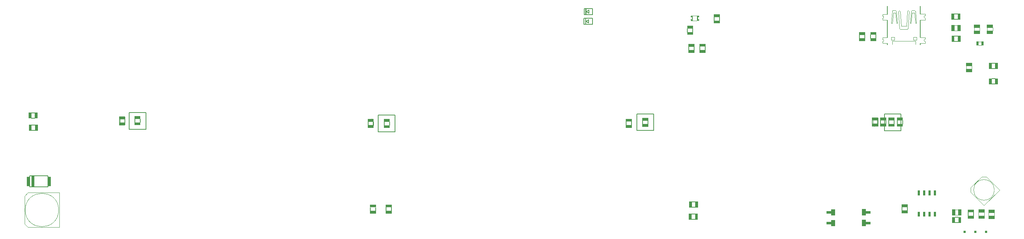
<source format=gbr>
G04 #@! TF.FileFunction,Drawing*
%FSLAX46Y46*%
G04 Gerber Fmt 4.6, Leading zero omitted, Abs format (unit mm)*
G04 Created by KiCad (PCBNEW 4.0.6) date 05/08/17 07:22:45*
%MOMM*%
%LPD*%
G01*
G04 APERTURE LIST*
%ADD10C,0.100000*%
%ADD11C,0.101600*%
%ADD12C,0.127000*%
%ADD13C,0.152400*%
%ADD14C,0.203200*%
G04 APERTURE END LIST*
D10*
D11*
X260664500Y-126476700D02*
X260664500Y-127238700D01*
X259344500Y-126501700D02*
X259344500Y-127238700D01*
D10*
G36*
X259280600Y-125765500D02*
X259280600Y-126515600D01*
X260730700Y-126515600D01*
X260730700Y-125765500D01*
X259280600Y-125765500D01*
G37*
G36*
X259280600Y-127213300D02*
X259280600Y-127963400D01*
X260730700Y-127963400D01*
X260730700Y-127213300D01*
X259280600Y-127213300D01*
G37*
D11*
X263052100Y-126527500D02*
X263052100Y-127289500D01*
X261732100Y-126552500D02*
X261732100Y-127289500D01*
D10*
G36*
X261668200Y-125816300D02*
X261668200Y-126566400D01*
X263118300Y-126566400D01*
X263118300Y-125816300D01*
X261668200Y-125816300D01*
G37*
G36*
X261668200Y-127264100D02*
X261668200Y-128014200D01*
X263118300Y-128014200D01*
X263118300Y-127264100D01*
X261668200Y-127264100D01*
G37*
D11*
X253781500Y-125791300D02*
X254543500Y-125791300D01*
X253806500Y-127111300D02*
X254543500Y-127111300D01*
D10*
G36*
X253070300Y-127175200D02*
X253820400Y-127175200D01*
X253820400Y-125725100D01*
X253070300Y-125725100D01*
X253070300Y-127175200D01*
G37*
G36*
X254518100Y-127175200D02*
X255268200Y-127175200D01*
X255268200Y-125725100D01*
X254518100Y-125725100D01*
X254518100Y-127175200D01*
G37*
D12*
X237740300Y-80888300D02*
X237740300Y-84988300D01*
D11*
X244599400Y-81581200D02*
X244391700Y-78829800D01*
X244184100Y-78570300D02*
G75*
G02X244391700Y-78829800I-86300J-281830D01*
G01*
X243613000Y-78570300D02*
G75*
G02X244184100Y-78570300I285550J-931100D01*
G01*
X243405399Y-78829799D02*
G75*
G02X243613000Y-78570300I293900J-22331D01*
G01*
X243405400Y-78829800D02*
X243145800Y-81581200D01*
X243145800Y-81581200D02*
X243353500Y-81581200D01*
X243353500Y-81581200D02*
X243613000Y-79193200D01*
X243613000Y-79193200D02*
X244132200Y-79193200D01*
X244132200Y-79193200D02*
X244391700Y-81581200D01*
X244391700Y-81581200D02*
X244599400Y-81581200D01*
X242886200Y-78829900D02*
X242678600Y-82879100D01*
X242470899Y-83086701D02*
G75*
G03X242678600Y-82879100I-11894J219601D01*
G01*
X242678600Y-78622200D02*
G75*
G02X242886200Y-78829800I0J-207600D01*
G01*
X242470900Y-78829800D02*
G75*
G02X242678500Y-78622200I207600J0D01*
G01*
X242470900Y-78829800D02*
X242263300Y-82256100D01*
X238681400Y-81581200D02*
X238889100Y-78829800D01*
X239096700Y-78570300D02*
G75*
G03X238889100Y-78829800I86300J-281830D01*
G01*
X239667800Y-78570300D02*
G75*
G03X239096700Y-78570300I-285550J-931100D01*
G01*
X239875401Y-78829799D02*
G75*
G03X239667800Y-78570300I-293900J-22331D01*
G01*
X239875400Y-78829800D02*
X240135000Y-81581200D01*
X240135000Y-81581200D02*
X239927300Y-81581200D01*
X239927300Y-81581200D02*
X239667800Y-79193200D01*
X239667800Y-79193200D02*
X239148600Y-79193200D01*
X239148600Y-79193200D02*
X238889100Y-81581200D01*
X238889100Y-81581200D02*
X238681400Y-81581200D01*
X240394600Y-78829900D02*
X240602200Y-82879100D01*
X240809902Y-83086700D02*
G75*
G02X240602200Y-82879100I11993J219701D01*
G01*
X240809900Y-83086700D02*
X242471000Y-83086700D01*
X240602200Y-78622200D02*
G75*
G03X240394600Y-78829800I0J-207600D01*
G01*
X240809900Y-78829800D02*
G75*
G03X240602300Y-78622200I-207600J0D01*
G01*
X240809900Y-78829800D02*
X241017500Y-82256100D01*
X241017500Y-82256100D02*
X242263500Y-82256100D01*
X237760300Y-86387700D02*
X236610300Y-86387700D01*
X236610300Y-85009100D02*
X237760300Y-85009100D01*
X236590300Y-86028300D02*
G75*
G03X236590300Y-85428300I0J300000D01*
G01*
X236590300Y-86378300D02*
X236590300Y-86028300D01*
X236590300Y-85028300D02*
X236590300Y-85428300D01*
X237760300Y-80847700D02*
X236610300Y-80847700D01*
X236610300Y-79469100D02*
X237760300Y-79469100D01*
X236590300Y-80488300D02*
G75*
G03X236590300Y-79888300I0J300000D01*
G01*
X236590300Y-80838300D02*
X236590300Y-80488300D01*
X236590300Y-79488300D02*
X236590300Y-79888300D01*
X245550300Y-84988900D02*
X246700300Y-84988900D01*
X246700300Y-86367500D02*
X245550300Y-86367500D01*
X246720300Y-85348300D02*
G75*
G03X246720300Y-85948300I0J-300000D01*
G01*
X246720300Y-84998300D02*
X246720300Y-85348300D01*
X246720300Y-86348300D02*
X246720300Y-85948300D01*
X245550300Y-79448900D02*
X246700300Y-79448900D01*
X246700300Y-80827500D02*
X245550300Y-80827500D01*
X246720300Y-79808300D02*
G75*
G03X246720300Y-80408300I0J-300000D01*
G01*
X246720300Y-79458300D02*
X246720300Y-79808300D01*
X246720300Y-80808300D02*
X246720300Y-80408300D01*
D12*
X245540300Y-80838300D02*
X245540300Y-84938300D01*
D11*
X244390300Y-86628300D02*
X244390300Y-85878300D01*
X244390300Y-85878300D02*
X238890300Y-85878300D01*
X238890300Y-85878300D02*
X238890300Y-86628300D01*
X243890300Y-85628300D02*
X243890300Y-84878300D01*
X243890300Y-84878300D02*
X244640300Y-84878300D01*
X244640300Y-84878300D02*
X244640300Y-85628300D01*
X244640300Y-85628300D02*
X243890300Y-85628300D01*
X238640300Y-85628300D02*
X239390300Y-85628300D01*
X239390300Y-85628300D02*
X239390300Y-84878300D01*
X239390300Y-84878300D02*
X238640300Y-84878300D01*
X238640300Y-84878300D02*
X238640300Y-85628300D01*
D12*
X245540300Y-77528300D02*
X245540300Y-79428300D01*
X237740300Y-77528300D02*
X237740300Y-79428300D01*
X245540300Y-86728300D02*
X245540300Y-86378300D01*
X237740300Y-86728300D02*
X237740300Y-86428300D01*
D10*
G36*
X258328100Y-131353500D02*
X258836100Y-131353500D01*
X258836100Y-130845500D01*
X258328100Y-130845500D01*
X258328100Y-131353500D01*
G37*
G36*
X255788100Y-131353500D02*
X256296100Y-131353500D01*
X256296100Y-130845500D01*
X255788100Y-130845500D01*
X255788100Y-131353500D01*
G37*
G36*
X260868100Y-131353500D02*
X261376100Y-131353500D01*
X261376100Y-130845500D01*
X260868100Y-130845500D01*
X260868100Y-131353500D01*
G37*
D11*
X234635500Y-104089900D02*
G75*
G03X235335500Y-104089900I350000J0D01*
G01*
X234635500Y-106089900D02*
G75*
G02X235335500Y-106089900I350000J0D01*
G01*
X234410500Y-104564900D02*
X234410500Y-105614900D01*
X235560500Y-105589900D02*
X235560500Y-104164900D01*
X235538500Y-104239900D02*
G75*
G03X235538500Y-104239900I-103000J0D01*
G01*
D10*
G36*
X234685500Y-104589900D02*
X234360500Y-104589900D01*
X234360500Y-104089900D01*
X234685500Y-104089900D01*
X234685500Y-104589900D01*
G37*
G36*
X235310500Y-104589900D02*
X235160500Y-104589900D01*
X235160500Y-104339900D01*
X235310500Y-104339900D01*
X235310500Y-104589900D01*
G37*
G36*
X234810500Y-104589900D02*
X234660500Y-104589900D01*
X234660500Y-104339900D01*
X234810500Y-104339900D01*
X234810500Y-104589900D01*
G37*
G36*
X235185500Y-104589900D02*
X234785500Y-104589900D01*
X234785500Y-104414900D01*
X235185500Y-104414900D01*
X235185500Y-104589900D01*
G37*
G36*
X234685500Y-106089900D02*
X234360500Y-106089900D01*
X234360500Y-105589900D01*
X234685500Y-105589900D01*
X234685500Y-106089900D01*
G37*
G36*
X235610500Y-106089900D02*
X235285500Y-106089900D01*
X235285500Y-105589900D01*
X235610500Y-105589900D01*
X235610500Y-106089900D01*
G37*
G36*
X234810500Y-105839900D02*
X234660500Y-105839900D01*
X234660500Y-105589900D01*
X234810500Y-105589900D01*
X234810500Y-105839900D01*
G37*
G36*
X235310500Y-105839900D02*
X235160500Y-105839900D01*
X235160500Y-105589900D01*
X235310500Y-105589900D01*
X235310500Y-105839900D01*
G37*
G36*
X235185500Y-105764900D02*
X234785500Y-105764900D01*
X234785500Y-105589900D01*
X235185500Y-105589900D01*
X235185500Y-105764900D01*
G37*
G36*
X235585500Y-104589900D02*
X235285500Y-104589900D01*
X235285500Y-104289900D01*
X235585500Y-104289900D01*
X235585500Y-104589900D01*
G37*
G36*
X235610500Y-104164900D02*
X235385500Y-104164900D01*
X235385500Y-104089900D01*
X235610500Y-104089900D01*
X235610500Y-104164900D01*
G37*
D11*
X176190100Y-104343900D02*
G75*
G03X176890100Y-104343900I350000J0D01*
G01*
X176190100Y-106343900D02*
G75*
G02X176890100Y-106343900I350000J0D01*
G01*
X175965100Y-104818900D02*
X175965100Y-105868900D01*
X177115100Y-105843900D02*
X177115100Y-104418900D01*
X177093100Y-104493900D02*
G75*
G03X177093100Y-104493900I-103000J0D01*
G01*
D10*
G36*
X176240100Y-104843900D02*
X175915100Y-104843900D01*
X175915100Y-104343900D01*
X176240100Y-104343900D01*
X176240100Y-104843900D01*
G37*
G36*
X176865100Y-104843900D02*
X176715100Y-104843900D01*
X176715100Y-104593900D01*
X176865100Y-104593900D01*
X176865100Y-104843900D01*
G37*
G36*
X176365100Y-104843900D02*
X176215100Y-104843900D01*
X176215100Y-104593900D01*
X176365100Y-104593900D01*
X176365100Y-104843900D01*
G37*
G36*
X176740100Y-104843900D02*
X176340100Y-104843900D01*
X176340100Y-104668900D01*
X176740100Y-104668900D01*
X176740100Y-104843900D01*
G37*
G36*
X176240100Y-106343900D02*
X175915100Y-106343900D01*
X175915100Y-105843900D01*
X176240100Y-105843900D01*
X176240100Y-106343900D01*
G37*
G36*
X177165100Y-106343900D02*
X176840100Y-106343900D01*
X176840100Y-105843900D01*
X177165100Y-105843900D01*
X177165100Y-106343900D01*
G37*
G36*
X176365100Y-106093900D02*
X176215100Y-106093900D01*
X176215100Y-105843900D01*
X176365100Y-105843900D01*
X176365100Y-106093900D01*
G37*
G36*
X176865100Y-106093900D02*
X176715100Y-106093900D01*
X176715100Y-105843900D01*
X176865100Y-105843900D01*
X176865100Y-106093900D01*
G37*
G36*
X176740100Y-106018900D02*
X176340100Y-106018900D01*
X176340100Y-105843900D01*
X176740100Y-105843900D01*
X176740100Y-106018900D01*
G37*
G36*
X177140100Y-104843900D02*
X176840100Y-104843900D01*
X176840100Y-104543900D01*
X177140100Y-104543900D01*
X177140100Y-104843900D01*
G37*
G36*
X177165100Y-104418900D02*
X176940100Y-104418900D01*
X176940100Y-104343900D01*
X177165100Y-104343900D01*
X177165100Y-104418900D01*
G37*
D11*
X115045100Y-104272900D02*
G75*
G03X115745100Y-104272900I350000J0D01*
G01*
X115045100Y-106272900D02*
G75*
G02X115745100Y-106272900I350000J0D01*
G01*
X114820100Y-104747900D02*
X114820100Y-105797900D01*
X115970100Y-105772900D02*
X115970100Y-104347900D01*
X115948100Y-104422900D02*
G75*
G03X115948100Y-104422900I-103000J0D01*
G01*
D10*
G36*
X115095100Y-104772900D02*
X114770100Y-104772900D01*
X114770100Y-104272900D01*
X115095100Y-104272900D01*
X115095100Y-104772900D01*
G37*
G36*
X115720100Y-104772900D02*
X115570100Y-104772900D01*
X115570100Y-104522900D01*
X115720100Y-104522900D01*
X115720100Y-104772900D01*
G37*
G36*
X115220100Y-104772900D02*
X115070100Y-104772900D01*
X115070100Y-104522900D01*
X115220100Y-104522900D01*
X115220100Y-104772900D01*
G37*
G36*
X115595100Y-104772900D02*
X115195100Y-104772900D01*
X115195100Y-104597900D01*
X115595100Y-104597900D01*
X115595100Y-104772900D01*
G37*
G36*
X115095100Y-106272900D02*
X114770100Y-106272900D01*
X114770100Y-105772900D01*
X115095100Y-105772900D01*
X115095100Y-106272900D01*
G37*
G36*
X116020100Y-106272900D02*
X115695100Y-106272900D01*
X115695100Y-105772900D01*
X116020100Y-105772900D01*
X116020100Y-106272900D01*
G37*
G36*
X115220100Y-106022900D02*
X115070100Y-106022900D01*
X115070100Y-105772900D01*
X115220100Y-105772900D01*
X115220100Y-106022900D01*
G37*
G36*
X115720100Y-106022900D02*
X115570100Y-106022900D01*
X115570100Y-105772900D01*
X115720100Y-105772900D01*
X115720100Y-106022900D01*
G37*
G36*
X115595100Y-105947900D02*
X115195100Y-105947900D01*
X115195100Y-105772900D01*
X115595100Y-105772900D01*
X115595100Y-105947900D01*
G37*
G36*
X115995100Y-104772900D02*
X115695100Y-104772900D01*
X115695100Y-104472900D01*
X115995100Y-104472900D01*
X115995100Y-104772900D01*
G37*
G36*
X116020100Y-104347900D02*
X115795100Y-104347900D01*
X115795100Y-104272900D01*
X116020100Y-104272900D01*
X116020100Y-104347900D01*
G37*
D11*
X56419300Y-103770300D02*
G75*
G03X57119300Y-103770300I350000J0D01*
G01*
X56419300Y-105770300D02*
G75*
G02X57119300Y-105770300I350000J0D01*
G01*
X56194300Y-104245300D02*
X56194300Y-105295300D01*
X57344300Y-105270300D02*
X57344300Y-103845300D01*
X57322300Y-103920300D02*
G75*
G03X57322300Y-103920300I-103000J0D01*
G01*
D10*
G36*
X56469300Y-104270300D02*
X56144300Y-104270300D01*
X56144300Y-103770300D01*
X56469300Y-103770300D01*
X56469300Y-104270300D01*
G37*
G36*
X57094300Y-104270300D02*
X56944300Y-104270300D01*
X56944300Y-104020300D01*
X57094300Y-104020300D01*
X57094300Y-104270300D01*
G37*
G36*
X56594300Y-104270300D02*
X56444300Y-104270300D01*
X56444300Y-104020300D01*
X56594300Y-104020300D01*
X56594300Y-104270300D01*
G37*
G36*
X56969300Y-104270300D02*
X56569300Y-104270300D01*
X56569300Y-104095300D01*
X56969300Y-104095300D01*
X56969300Y-104270300D01*
G37*
G36*
X56469300Y-105770300D02*
X56144300Y-105770300D01*
X56144300Y-105270300D01*
X56469300Y-105270300D01*
X56469300Y-105770300D01*
G37*
G36*
X57394300Y-105770300D02*
X57069300Y-105770300D01*
X57069300Y-105270300D01*
X57394300Y-105270300D01*
X57394300Y-105770300D01*
G37*
G36*
X56594300Y-105520300D02*
X56444300Y-105520300D01*
X56444300Y-105270300D01*
X56594300Y-105270300D01*
X56594300Y-105520300D01*
G37*
G36*
X57094300Y-105520300D02*
X56944300Y-105520300D01*
X56944300Y-105270300D01*
X57094300Y-105270300D01*
X57094300Y-105520300D01*
G37*
G36*
X56969300Y-105445300D02*
X56569300Y-105445300D01*
X56569300Y-105270300D01*
X56969300Y-105270300D01*
X56969300Y-105445300D01*
G37*
G36*
X57369300Y-104270300D02*
X57069300Y-104270300D01*
X57069300Y-103970300D01*
X57369300Y-103970300D01*
X57369300Y-104270300D01*
G37*
G36*
X57394300Y-103845300D02*
X57169300Y-103845300D01*
X57169300Y-103770300D01*
X57394300Y-103770300D01*
X57394300Y-103845300D01*
G37*
D11*
X191211900Y-80076500D02*
G75*
G02X191211900Y-80776500I0J-350000D01*
G01*
X193211900Y-80076500D02*
G75*
G03X193211900Y-80776500I0J-350000D01*
G01*
X191686900Y-79851500D02*
X192736900Y-79851500D01*
X192711900Y-81001500D02*
X191286900Y-81001500D01*
X191464900Y-80876500D02*
G75*
G03X191464900Y-80876500I-103000J0D01*
G01*
D10*
G36*
X191711900Y-80126500D02*
X191711900Y-79801500D01*
X191211900Y-79801500D01*
X191211900Y-80126500D01*
X191711900Y-80126500D01*
G37*
G36*
X191711900Y-80751500D02*
X191711900Y-80601500D01*
X191461900Y-80601500D01*
X191461900Y-80751500D01*
X191711900Y-80751500D01*
G37*
G36*
X191711900Y-80251500D02*
X191711900Y-80101500D01*
X191461900Y-80101500D01*
X191461900Y-80251500D01*
X191711900Y-80251500D01*
G37*
G36*
X191711900Y-80626500D02*
X191711900Y-80226500D01*
X191536900Y-80226500D01*
X191536900Y-80626500D01*
X191711900Y-80626500D01*
G37*
G36*
X193211900Y-80126500D02*
X193211900Y-79801500D01*
X192711900Y-79801500D01*
X192711900Y-80126500D01*
X193211900Y-80126500D01*
G37*
G36*
X193211900Y-81051500D02*
X193211900Y-80726500D01*
X192711900Y-80726500D01*
X192711900Y-81051500D01*
X193211900Y-81051500D01*
G37*
G36*
X192961900Y-80251500D02*
X192961900Y-80101500D01*
X192711900Y-80101500D01*
X192711900Y-80251500D01*
X192961900Y-80251500D01*
G37*
G36*
X192961900Y-80751500D02*
X192961900Y-80601500D01*
X192711900Y-80601500D01*
X192711900Y-80751500D01*
X192961900Y-80751500D01*
G37*
G36*
X192886900Y-80626500D02*
X192886900Y-80226500D01*
X192711900Y-80226500D01*
X192711900Y-80626500D01*
X192886900Y-80626500D01*
G37*
G36*
X191711900Y-81026500D02*
X191711900Y-80726500D01*
X191411900Y-80726500D01*
X191411900Y-81026500D01*
X191711900Y-81026500D01*
G37*
G36*
X191286900Y-81051500D02*
X191286900Y-80826500D01*
X191211900Y-80826500D01*
X191211900Y-81051500D01*
X191286900Y-81051500D01*
G37*
D13*
X253574700Y-79410500D02*
X254394700Y-79410500D01*
X253574700Y-80680500D02*
X254394700Y-80680500D01*
D10*
G36*
X254391100Y-80744000D02*
X255041100Y-80744000D01*
X255041100Y-79344000D01*
X254391100Y-79344000D01*
X254391100Y-80744000D01*
G37*
G36*
X252917900Y-80744000D02*
X253567900Y-80744000D01*
X253567900Y-79344000D01*
X252917900Y-79344000D01*
X252917900Y-80744000D01*
G37*
D13*
X242462100Y-125184700D02*
X242462100Y-126004700D01*
X241192100Y-125184700D02*
X241192100Y-126004700D01*
D10*
G36*
X241128600Y-126001100D02*
X241128600Y-126651100D01*
X242528600Y-126651100D01*
X242528600Y-126001100D01*
X241128600Y-126001100D01*
G37*
G36*
X241128600Y-124527900D02*
X241128600Y-125177900D01*
X242528600Y-125177900D01*
X242528600Y-124527900D01*
X241128600Y-124527900D01*
G37*
D13*
X253727100Y-127619700D02*
X254547100Y-127619700D01*
X253727100Y-128889700D02*
X254547100Y-128889700D01*
D10*
G36*
X254543500Y-128953200D02*
X255193500Y-128953200D01*
X255193500Y-127553200D01*
X254543500Y-127553200D01*
X254543500Y-128953200D01*
G37*
G36*
X253070300Y-128953200D02*
X253720300Y-128953200D01*
X253720300Y-127553200D01*
X253070300Y-127553200D01*
X253070300Y-128953200D01*
G37*
D13*
X256854900Y-127242300D02*
X256854900Y-126422300D01*
X258124900Y-127242300D02*
X258124900Y-126422300D01*
D10*
G36*
X258188400Y-126425900D02*
X258188400Y-125775900D01*
X256788400Y-125775900D01*
X256788400Y-126425900D01*
X258188400Y-126425900D01*
G37*
G36*
X258188400Y-127899100D02*
X258188400Y-127249100D01*
X256788400Y-127249100D01*
X256788400Y-127899100D01*
X258188400Y-127899100D01*
G37*
D13*
X235442700Y-104629100D02*
X235442700Y-105449100D01*
X234172700Y-104629100D02*
X234172700Y-105449100D01*
D10*
G36*
X234109200Y-105445500D02*
X234109200Y-106095500D01*
X235509200Y-106095500D01*
X235509200Y-105445500D01*
X234109200Y-105445500D01*
G37*
G36*
X234109200Y-103972300D02*
X234109200Y-104622300D01*
X235509200Y-104622300D01*
X235509200Y-103972300D01*
X234109200Y-103972300D01*
G37*
D13*
X231124700Y-85205300D02*
X231124700Y-84385300D01*
X232394700Y-85205300D02*
X232394700Y-84385300D01*
D10*
G36*
X232458200Y-84388900D02*
X232458200Y-83738900D01*
X231058200Y-83738900D01*
X231058200Y-84388900D01*
X232458200Y-84388900D01*
G37*
G36*
X232458200Y-85862100D02*
X232458200Y-85212100D01*
X231058200Y-85212100D01*
X231058200Y-85862100D01*
X232458200Y-85862100D01*
G37*
D13*
X177175100Y-104933900D02*
X177175100Y-105753900D01*
X175905100Y-104933900D02*
X175905100Y-105753900D01*
D10*
G36*
X175841600Y-105750300D02*
X175841600Y-106400300D01*
X177241600Y-106400300D01*
X177241600Y-105750300D01*
X175841600Y-105750300D01*
G37*
G36*
X175841600Y-104277100D02*
X175841600Y-104927100D01*
X177241600Y-104927100D01*
X177241600Y-104277100D01*
X175841600Y-104277100D01*
G37*
D13*
X116106300Y-104989900D02*
X116106300Y-105809900D01*
X114836300Y-104989900D02*
X114836300Y-105809900D01*
D10*
G36*
X114772800Y-105806300D02*
X114772800Y-106456300D01*
X116172800Y-106456300D01*
X116172800Y-105806300D01*
X114772800Y-105806300D01*
G37*
G36*
X114772800Y-104333100D02*
X114772800Y-104983100D01*
X116172800Y-104983100D01*
X116172800Y-104333100D01*
X114772800Y-104333100D01*
G37*
D13*
X57277300Y-104360300D02*
X57277300Y-105180300D01*
X56007300Y-104360300D02*
X56007300Y-105180300D01*
D10*
G36*
X55943800Y-105176700D02*
X55943800Y-105826700D01*
X57343800Y-105826700D01*
X57343800Y-105176700D01*
X55943800Y-105176700D01*
G37*
G36*
X55943800Y-103703500D02*
X55943800Y-104353500D01*
X57343800Y-104353500D01*
X57343800Y-103703500D01*
X55943800Y-103703500D01*
G37*
D13*
X191706100Y-82896700D02*
X191706100Y-83716700D01*
X190436100Y-82896700D02*
X190436100Y-83716700D01*
D10*
G36*
X190372600Y-83713100D02*
X190372600Y-84363100D01*
X191772600Y-84363100D01*
X191772600Y-83713100D01*
X190372600Y-83713100D01*
G37*
G36*
X190372600Y-82239900D02*
X190372600Y-82889900D01*
X191772600Y-82889900D01*
X191772600Y-82239900D01*
X190372600Y-82239900D01*
G37*
D13*
X233791700Y-85179900D02*
X233791700Y-84359900D01*
X235061700Y-85179900D02*
X235061700Y-84359900D01*
D10*
G36*
X235125200Y-84363500D02*
X235125200Y-83713500D01*
X233725200Y-83713500D01*
X233725200Y-84363500D01*
X235125200Y-84363500D01*
G37*
G36*
X235125200Y-85836700D02*
X235125200Y-85186700D01*
X233725200Y-85186700D01*
X233725200Y-85836700D01*
X235125200Y-85836700D01*
G37*
G36*
X245450300Y-126298900D02*
X244942300Y-126298900D01*
X244942300Y-127441900D01*
X245450300Y-127441900D01*
X245450300Y-126298900D01*
G37*
G36*
X249260300Y-121244300D02*
X248752300Y-121244300D01*
X248752300Y-122387300D01*
X249260300Y-122387300D01*
X249260300Y-121244300D01*
G37*
G36*
X247990300Y-121244300D02*
X247482300Y-121244300D01*
X247482300Y-122387300D01*
X247990300Y-122387300D01*
X247990300Y-121244300D01*
G37*
G36*
X246720300Y-121269700D02*
X246212300Y-121269700D01*
X246212300Y-122412700D01*
X246720300Y-122412700D01*
X246720300Y-121269700D01*
G37*
G36*
X245450300Y-121244300D02*
X244942300Y-121244300D01*
X244942300Y-122387300D01*
X245450300Y-122387300D01*
X245450300Y-121244300D01*
G37*
G36*
X246720300Y-126298900D02*
X246212300Y-126298900D01*
X246212300Y-127441900D01*
X246720300Y-127441900D01*
X246720300Y-126298900D01*
G37*
G36*
X247990300Y-126298900D02*
X247482300Y-126298900D01*
X247482300Y-127441900D01*
X247990300Y-127441900D01*
X247990300Y-126298900D01*
G37*
G36*
X249260300Y-126298900D02*
X248752300Y-126298900D01*
X248752300Y-127441900D01*
X249260300Y-127441900D01*
X249260300Y-126298900D01*
G37*
D13*
X179816700Y-105525300D02*
X179816700Y-104705300D01*
X181086700Y-105525300D02*
X181086700Y-104705300D01*
D10*
G36*
X181150200Y-104708900D02*
X181150200Y-104058900D01*
X179750200Y-104058900D01*
X179750200Y-104708900D01*
X181150200Y-104708900D01*
G37*
G36*
X181150200Y-106182100D02*
X181150200Y-105532100D01*
X179750200Y-105532100D01*
X179750200Y-106182100D01*
X181150200Y-106182100D01*
G37*
D13*
X118646300Y-105784500D02*
X118646300Y-104964500D01*
X119916300Y-105784500D02*
X119916300Y-104964500D01*
D10*
G36*
X119979800Y-104968100D02*
X119979800Y-104318100D01*
X118579800Y-104318100D01*
X118579800Y-104968100D01*
X119979800Y-104968100D01*
G37*
G36*
X119979800Y-106441300D02*
X119979800Y-105791300D01*
X118579800Y-105791300D01*
X118579800Y-106441300D01*
X119979800Y-106441300D01*
G37*
D13*
X59639500Y-105104100D02*
X59639500Y-104284100D01*
X60909500Y-105104100D02*
X60909500Y-104284100D01*
D10*
G36*
X60973000Y-104287700D02*
X60973000Y-103637700D01*
X59573000Y-103637700D01*
X59573000Y-104287700D01*
X60973000Y-104287700D01*
G37*
G36*
X60973000Y-105760900D02*
X60973000Y-105110900D01*
X59573000Y-105110900D01*
X59573000Y-105760900D01*
X60973000Y-105760900D01*
G37*
D13*
X262439300Y-94777500D02*
X263259300Y-94777500D01*
X262439300Y-96047500D02*
X263259300Y-96047500D01*
D10*
G36*
X263255700Y-96111000D02*
X263905700Y-96111000D01*
X263905700Y-94711000D01*
X263255700Y-94711000D01*
X263255700Y-96111000D01*
G37*
G36*
X261782500Y-96111000D02*
X262432500Y-96111000D01*
X262432500Y-94711000D01*
X261782500Y-94711000D01*
X261782500Y-96111000D01*
G37*
D13*
X263233900Y-92364500D02*
X262413900Y-92364500D01*
X263233900Y-91094500D02*
X262413900Y-91094500D01*
D10*
G36*
X262417500Y-91031000D02*
X261767500Y-91031000D01*
X261767500Y-92431000D01*
X262417500Y-92431000D01*
X262417500Y-91031000D01*
G37*
G36*
X263890700Y-91031000D02*
X263240700Y-91031000D01*
X263240700Y-92431000D01*
X263890700Y-92431000D01*
X263890700Y-91031000D01*
G37*
D11*
X259292900Y-85988900D02*
X260004900Y-85988900D01*
X259292900Y-86839900D02*
X260004900Y-86839900D01*
D10*
G36*
X258810700Y-86890800D02*
X259310800Y-86890800D01*
X259310800Y-85940800D01*
X258810700Y-85940800D01*
X258810700Y-86890800D01*
G37*
G36*
X259979100Y-86890800D02*
X260479200Y-86890800D01*
X260479200Y-85940800D01*
X259979100Y-85940800D01*
X259979100Y-86890800D01*
G37*
D11*
X261351100Y-83423700D02*
X261351100Y-82661700D01*
X262671100Y-83398700D02*
X262671100Y-82661700D01*
D10*
G36*
X262735000Y-84134900D02*
X262735000Y-83384800D01*
X261284900Y-83384800D01*
X261284900Y-84134900D01*
X262735000Y-84134900D01*
G37*
G36*
X262735000Y-82687100D02*
X262735000Y-81937000D01*
X261284900Y-81937000D01*
X261284900Y-82687100D01*
X262735000Y-82687100D01*
G37*
D11*
X258277700Y-83423700D02*
X258277700Y-82661700D01*
X259597700Y-83398700D02*
X259597700Y-82661700D01*
D10*
G36*
X259661600Y-84134900D02*
X259661600Y-83384800D01*
X258211500Y-83384800D01*
X258211500Y-84134900D01*
X259661600Y-84134900D01*
G37*
G36*
X259661600Y-82687100D02*
X259661600Y-81937000D01*
X258211500Y-81937000D01*
X258211500Y-82687100D01*
X259661600Y-82687100D01*
G37*
D11*
X256423500Y-92491500D02*
X256423500Y-91729500D01*
X257743500Y-92466500D02*
X257743500Y-91729500D01*
D10*
G36*
X257807400Y-93202700D02*
X257807400Y-92452600D01*
X256357300Y-92452600D01*
X256357300Y-93202700D01*
X257807400Y-93202700D01*
G37*
G36*
X257807400Y-91754900D02*
X257807400Y-91004800D01*
X256357300Y-91004800D01*
X256357300Y-91754900D01*
X257807400Y-91754900D01*
G37*
D13*
X253600100Y-84668300D02*
X254420100Y-84668300D01*
X253600100Y-85938300D02*
X254420100Y-85938300D01*
D10*
G36*
X254416500Y-86001800D02*
X255066500Y-86001800D01*
X255066500Y-84601800D01*
X254416500Y-84601800D01*
X254416500Y-86001800D01*
G37*
G36*
X252943300Y-86001800D02*
X253593300Y-86001800D01*
X253593300Y-84601800D01*
X252943300Y-84601800D01*
X252943300Y-86001800D01*
G37*
D11*
X254365700Y-83423300D02*
X253603700Y-83423300D01*
X254340700Y-82103300D02*
X253603700Y-82103300D01*
D10*
G36*
X255076900Y-82039400D02*
X254326800Y-82039400D01*
X254326800Y-83489500D01*
X255076900Y-83489500D01*
X255076900Y-82039400D01*
G37*
G36*
X253629100Y-82039400D02*
X252879000Y-82039400D01*
X252879000Y-83489500D01*
X253629100Y-83489500D01*
X253629100Y-82039400D01*
G37*
D13*
X191471700Y-123936700D02*
X192291700Y-123936700D01*
X191471700Y-125206700D02*
X192291700Y-125206700D01*
D10*
G36*
X192288100Y-125270200D02*
X192938100Y-125270200D01*
X192938100Y-123870200D01*
X192288100Y-123870200D01*
X192288100Y-125270200D01*
G37*
G36*
X190814900Y-125270200D02*
X191464900Y-125270200D01*
X191464900Y-123870200D01*
X190814900Y-123870200D01*
X190814900Y-125270200D01*
G37*
D13*
X196758500Y-80988900D02*
X196758500Y-80168900D01*
X198028500Y-80988900D02*
X198028500Y-80168900D01*
D10*
G36*
X198092000Y-80172500D02*
X198092000Y-79522500D01*
X196692000Y-79522500D01*
X196692000Y-80172500D01*
X198092000Y-80172500D01*
G37*
G36*
X198092000Y-81645700D02*
X198092000Y-80995700D01*
X196692000Y-80995700D01*
X196692000Y-81645700D01*
X198092000Y-81645700D01*
G37*
D13*
X191420900Y-126817900D02*
X192240900Y-126817900D01*
X191420900Y-128087900D02*
X192240900Y-128087900D01*
D10*
G36*
X192237300Y-128151400D02*
X192887300Y-128151400D01*
X192887300Y-126751400D01*
X192237300Y-126751400D01*
X192237300Y-128151400D01*
G37*
G36*
X190764100Y-128151400D02*
X191414100Y-128151400D01*
X191414100Y-126751400D01*
X190764100Y-126751400D01*
X190764100Y-128151400D01*
G37*
G36*
X224431100Y-125689300D02*
X224431100Y-127187900D01*
X225345500Y-127187900D01*
X225345500Y-125689300D01*
X224431100Y-125689300D01*
G37*
G36*
X223364300Y-126121100D02*
X223364300Y-126730700D01*
X224431100Y-126730700D01*
X224431100Y-126121100D01*
X223364300Y-126121100D01*
G37*
G36*
X224431100Y-128229300D02*
X224431100Y-129727900D01*
X225345500Y-129727900D01*
X225345500Y-128229300D01*
X224431100Y-128229300D01*
G37*
G36*
X223364300Y-128661100D02*
X223364300Y-129270700D01*
X224431100Y-129270700D01*
X224431100Y-128661100D01*
X223364300Y-128661100D01*
G37*
G36*
X231746300Y-125663900D02*
X231746300Y-127162500D01*
X232660700Y-127162500D01*
X232660700Y-125663900D01*
X231746300Y-125663900D01*
G37*
G36*
X232660700Y-126121100D02*
X232660700Y-126730700D01*
X233727500Y-126730700D01*
X233727500Y-126121100D01*
X232660700Y-126121100D01*
G37*
G36*
X231746300Y-128203900D02*
X231746300Y-129702500D01*
X232660700Y-129702500D01*
X232660700Y-128203900D01*
X231746300Y-128203900D01*
G37*
G36*
X232660700Y-128661100D02*
X232660700Y-129270700D01*
X233727500Y-129270700D01*
X233727500Y-128661100D01*
X232660700Y-128661100D01*
G37*
D12*
X237023700Y-103140300D02*
X240973700Y-103140300D01*
X240973700Y-103140300D02*
X240973700Y-107090300D01*
X240973700Y-107090300D02*
X237023700Y-107090300D01*
X237023700Y-107090300D02*
X237023700Y-103140300D01*
X178451300Y-103089500D02*
X182401300Y-103089500D01*
X182401300Y-103089500D02*
X182401300Y-107039500D01*
X182401300Y-107039500D02*
X178451300Y-107039500D01*
X178451300Y-107039500D02*
X178451300Y-103089500D01*
X117280900Y-103399500D02*
X121230900Y-103399500D01*
X121230900Y-103399500D02*
X121230900Y-107349500D01*
X121230900Y-107349500D02*
X117280900Y-107349500D01*
X117280900Y-107349500D02*
X117280900Y-103399500D01*
X58324900Y-102820700D02*
X62274900Y-102820700D01*
X62274900Y-102820700D02*
X62274900Y-106770700D01*
X62274900Y-106770700D02*
X58324900Y-106770700D01*
X58324900Y-106770700D02*
X58324900Y-102820700D01*
D13*
X237373100Y-104629100D02*
X237373100Y-105449100D01*
X236103100Y-104629100D02*
X236103100Y-105449100D01*
D10*
G36*
X236039600Y-105445500D02*
X236039600Y-106095500D01*
X237439600Y-106095500D01*
X237439600Y-105445500D01*
X236039600Y-105445500D01*
G37*
G36*
X236039600Y-103972300D02*
X236039600Y-104622300D01*
X237439600Y-104622300D01*
X237439600Y-103972300D01*
X236039600Y-103972300D01*
G37*
D13*
X238084300Y-105449100D02*
X238084300Y-104629100D01*
X239354300Y-105449100D02*
X239354300Y-104629100D01*
D10*
G36*
X239417800Y-104632700D02*
X239417800Y-103982700D01*
X238017800Y-103982700D01*
X238017800Y-104632700D01*
X239417800Y-104632700D01*
G37*
G36*
X239417800Y-106105900D02*
X239417800Y-105455900D01*
X238017800Y-105455900D01*
X238017800Y-106105900D01*
X239417800Y-106105900D01*
G37*
D13*
X240065500Y-105449100D02*
X240065500Y-104629100D01*
X241335500Y-105449100D02*
X241335500Y-104629100D01*
D10*
G36*
X241399000Y-104632700D02*
X241399000Y-103982700D01*
X239999000Y-103982700D01*
X239999000Y-104632700D01*
X241399000Y-104632700D01*
G37*
G36*
X241399000Y-106105900D02*
X241399000Y-105455900D01*
X239999000Y-105455900D01*
X239999000Y-106105900D01*
X241399000Y-106105900D01*
G37*
D13*
X194619300Y-87155500D02*
X194619300Y-87975500D01*
X193349300Y-87155500D02*
X193349300Y-87975500D01*
D10*
G36*
X193285800Y-87971900D02*
X193285800Y-88621900D01*
X194685800Y-88621900D01*
X194685800Y-87971900D01*
X193285800Y-87971900D01*
G37*
G36*
X193285800Y-86498700D02*
X193285800Y-87148700D01*
X194685800Y-87148700D01*
X194685800Y-86498700D01*
X193285800Y-86498700D01*
G37*
D13*
X191986300Y-87188900D02*
X191986300Y-88008900D01*
X190716300Y-87188900D02*
X190716300Y-88008900D01*
D10*
G36*
X190652800Y-88005300D02*
X190652800Y-88655300D01*
X192052800Y-88655300D01*
X192052800Y-88005300D01*
X190652800Y-88005300D01*
G37*
G36*
X190652800Y-86532100D02*
X190652800Y-87182100D01*
X192052800Y-87182100D01*
X192052800Y-86532100D01*
X190652800Y-86532100D01*
G37*
D13*
X36055300Y-107034900D02*
X35235300Y-107034900D01*
X36055300Y-105764900D02*
X35235300Y-105764900D01*
D10*
G36*
X35238900Y-105701400D02*
X34588900Y-105701400D01*
X34588900Y-107101400D01*
X35238900Y-107101400D01*
X35238900Y-105701400D01*
G37*
G36*
X36712100Y-105701400D02*
X36062100Y-105701400D01*
X36062100Y-107101400D01*
X36712100Y-107101400D01*
X36712100Y-105701400D01*
G37*
D13*
X35997900Y-104107300D02*
X35177900Y-104107300D01*
X35997900Y-102837300D02*
X35177900Y-102837300D01*
D10*
G36*
X35181500Y-102773800D02*
X34531500Y-102773800D01*
X34531500Y-104173800D01*
X35181500Y-104173800D01*
X35181500Y-102773800D01*
G37*
G36*
X36654700Y-102773800D02*
X36004700Y-102773800D01*
X36004700Y-104173800D01*
X36654700Y-104173800D01*
X36654700Y-102773800D01*
G37*
D13*
X120376100Y-125254900D02*
X120376100Y-126074900D01*
X119106100Y-125254900D02*
X119106100Y-126074900D01*
D10*
G36*
X119042600Y-126071300D02*
X119042600Y-126721300D01*
X120442600Y-126721300D01*
X120442600Y-126071300D01*
X119042600Y-126071300D01*
G37*
G36*
X119042600Y-124598100D02*
X119042600Y-125248100D01*
X120442600Y-125248100D01*
X120442600Y-124598100D01*
X119042600Y-124598100D01*
G37*
D13*
X116654500Y-125262300D02*
X116654500Y-126082300D01*
X115384500Y-125262300D02*
X115384500Y-126082300D01*
D10*
G36*
X115321000Y-126078700D02*
X115321000Y-126728700D01*
X116721000Y-126728700D01*
X116721000Y-126078700D01*
X115321000Y-126078700D01*
G37*
G36*
X115321000Y-124605500D02*
X115321000Y-125255500D01*
X116721000Y-125255500D01*
X116721000Y-124605500D01*
X115321000Y-124605500D01*
G37*
D11*
X260610100Y-124795855D02*
X257498830Y-121684585D01*
X257498830Y-121684585D02*
X257498830Y-120553215D01*
X257498830Y-120553215D02*
X260044415Y-118007630D01*
X260044415Y-118007630D02*
X261175785Y-118007630D01*
X261175785Y-118007630D02*
X264287055Y-121118900D01*
X264287055Y-121118900D02*
X260610100Y-124795855D01*
X263060200Y-121118900D02*
G75*
G03X263060200Y-121118900I-2450100J0D01*
G01*
D10*
G36*
X260380290Y-123540741D02*
X263031941Y-120889090D01*
X260380290Y-123540741D01*
G37*
D11*
X41778100Y-129982900D02*
X34378100Y-129982900D01*
X34378100Y-129982900D02*
X33578100Y-129182900D01*
X33578100Y-129182900D02*
X33578100Y-122582900D01*
X33578100Y-122582900D02*
X34378100Y-121782900D01*
X34378100Y-121782900D02*
X41778100Y-121782900D01*
X41778100Y-121782900D02*
X41778100Y-129982900D01*
X41628100Y-125882900D02*
G75*
G03X41628100Y-125882900I-3950000J0D01*
G01*
D10*
G36*
X40728100Y-128357900D02*
X40728100Y-123407900D01*
X40728100Y-128357900D01*
G37*
D14*
X34782100Y-117781900D02*
X39082100Y-117781900D01*
X39082100Y-117781900D02*
X39082100Y-120381900D01*
X39082100Y-120381900D02*
X34782100Y-120381900D01*
X34782100Y-120381900D02*
X34782100Y-117781900D01*
D10*
G36*
X34107100Y-120181900D02*
X34757100Y-120181900D01*
X34757100Y-117981900D01*
X34107100Y-117981900D01*
X34107100Y-120181900D01*
G37*
G36*
X39107100Y-120181900D02*
X39757100Y-120181900D01*
X39757100Y-117981900D01*
X39107100Y-117981900D01*
X39107100Y-120181900D01*
G37*
G36*
X35182100Y-120306900D02*
X35857100Y-120306900D01*
X35857100Y-117856900D01*
X35182100Y-117856900D01*
X35182100Y-120306900D01*
G37*
D13*
X165960100Y-80454900D02*
X167960100Y-80454900D01*
X167960100Y-80454900D02*
X167960100Y-81854900D01*
X167960100Y-81854900D02*
X165960100Y-81854900D01*
X165960100Y-81854900D02*
X165960100Y-80454900D01*
X166460100Y-81154900D02*
X167060100Y-80754900D01*
X167060100Y-80754900D02*
X167060100Y-81554900D01*
X167060100Y-81554900D02*
X166460100Y-81154900D01*
D10*
G36*
X166260100Y-81854900D02*
X166460100Y-81854900D01*
X166460100Y-80454900D01*
X166260100Y-80454900D01*
X166260100Y-81854900D01*
G37*
D13*
X165992100Y-78179900D02*
X167992100Y-78179900D01*
X167992100Y-78179900D02*
X167992100Y-79579900D01*
X167992100Y-79579900D02*
X165992100Y-79579900D01*
X165992100Y-79579900D02*
X165992100Y-78179900D01*
X166492100Y-78879900D02*
X167092100Y-78479900D01*
X167092100Y-78479900D02*
X167092100Y-79279900D01*
X167092100Y-79279900D02*
X166492100Y-78879900D01*
D10*
G36*
X166292100Y-79579900D02*
X166492100Y-79579900D01*
X166492100Y-78179900D01*
X166292100Y-78179900D01*
X166292100Y-79579900D01*
G37*
M02*

</source>
